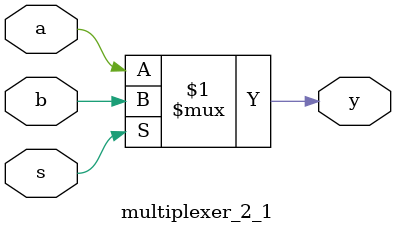
<source format=v>
module multiplexer_2_1(
	input a,
	input b,
	input s,
	output y
);
	assign y = (s)?b:a;
endmodule

</source>
